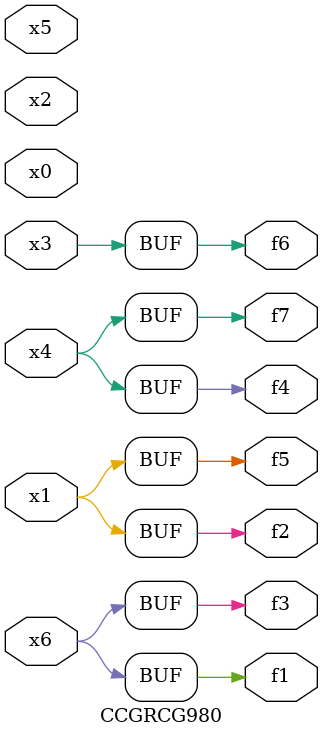
<source format=v>
module CCGRCG980(
	input x0, x1, x2, x3, x4, x5, x6,
	output f1, f2, f3, f4, f5, f6, f7
);
	assign f1 = x6;
	assign f2 = x1;
	assign f3 = x6;
	assign f4 = x4;
	assign f5 = x1;
	assign f6 = x3;
	assign f7 = x4;
endmodule

</source>
